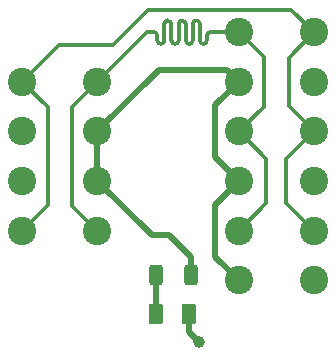
<source format=gtl>
G04 #@! TF.GenerationSoftware,KiCad,Pcbnew,7.0.8*
G04 #@! TF.CreationDate,2023-12-02T16:30:47-07:00*
G04 #@! TF.ProjectId,cansplitter,63616e73-706c-4697-9474-65722e6b6963,rev?*
G04 #@! TF.SameCoordinates,Original*
G04 #@! TF.FileFunction,Copper,L1,Top*
G04 #@! TF.FilePolarity,Positive*
%FSLAX46Y46*%
G04 Gerber Fmt 4.6, Leading zero omitted, Abs format (unit mm)*
G04 Created by KiCad (PCBNEW 7.0.8) date 2023-12-02 16:30:47*
%MOMM*%
%LPD*%
G01*
G04 APERTURE LIST*
G04 Aperture macros list*
%AMRoundRect*
0 Rectangle with rounded corners*
0 $1 Rounding radius*
0 $2 $3 $4 $5 $6 $7 $8 $9 X,Y pos of 4 corners*
0 Add a 4 corners polygon primitive as box body*
4,1,4,$2,$3,$4,$5,$6,$7,$8,$9,$2,$3,0*
0 Add four circle primitives for the rounded corners*
1,1,$1+$1,$2,$3*
1,1,$1+$1,$4,$5*
1,1,$1+$1,$6,$7*
1,1,$1+$1,$8,$9*
0 Add four rect primitives between the rounded corners*
20,1,$1+$1,$2,$3,$4,$5,0*
20,1,$1+$1,$4,$5,$6,$7,0*
20,1,$1+$1,$6,$7,$8,$9,0*
20,1,$1+$1,$8,$9,$2,$3,0*%
G04 Aperture macros list end*
G04 #@! TA.AperFunction,SMDPad,CuDef*
%ADD10RoundRect,0.250000X0.375000X0.625000X-0.375000X0.625000X-0.375000X-0.625000X0.375000X-0.625000X0*%
G04 #@! TD*
G04 #@! TA.AperFunction,SMDPad,CuDef*
%ADD11RoundRect,0.250000X0.312500X0.625000X-0.312500X0.625000X-0.312500X-0.625000X0.312500X-0.625000X0*%
G04 #@! TD*
G04 #@! TA.AperFunction,ComponentPad*
%ADD12C,2.400000*%
G04 #@! TD*
G04 #@! TA.AperFunction,ViaPad*
%ADD13C,1.000000*%
G04 #@! TD*
G04 #@! TA.AperFunction,Conductor*
%ADD14C,0.500000*%
G04 #@! TD*
G04 #@! TA.AperFunction,Conductor*
%ADD15C,0.300000*%
G04 #@! TD*
G04 APERTURE END LIST*
D10*
X149800000Y-93400000D03*
X147000000Y-93400000D03*
D11*
X149902500Y-90060000D03*
X146977500Y-90060000D03*
D12*
X142000000Y-86300000D03*
X142000000Y-82100000D03*
X142000000Y-77900000D03*
X142000000Y-73700000D03*
X135650000Y-73700000D03*
X135650000Y-77900000D03*
X135650000Y-82100000D03*
X135650000Y-86300000D03*
X154000000Y-69500000D03*
X154000000Y-73700000D03*
X154000000Y-77900000D03*
X154000000Y-82100000D03*
X154000000Y-86300000D03*
X154000000Y-90500000D03*
X160350000Y-90500000D03*
X160350000Y-86300000D03*
X160350000Y-82100000D03*
X160350000Y-77900000D03*
X160350000Y-73700000D03*
X160350000Y-69500000D03*
D13*
X150600000Y-95700000D03*
D14*
X149800000Y-94900000D02*
X150600000Y-95700000D01*
X149800000Y-93400000D02*
X149800000Y-94900000D01*
X146977500Y-93377500D02*
X147000000Y-93400000D01*
X146977500Y-90060000D02*
X146977500Y-93377500D01*
X142000000Y-77000000D02*
X142000000Y-77900000D01*
X147200000Y-72700000D02*
X153000000Y-72700000D01*
X154000000Y-73700000D02*
X152000000Y-75700000D01*
X142000000Y-77900000D02*
X147200000Y-72700000D01*
X142000000Y-82100000D02*
X142000000Y-77900000D01*
X148100000Y-86700000D02*
X149902500Y-88502500D01*
X152000000Y-75700000D02*
X152000000Y-80100000D01*
X152000000Y-80100000D02*
X154000000Y-82100000D01*
X149902500Y-88502500D02*
X149902500Y-90060000D01*
X152000000Y-88500000D02*
X152000000Y-84100000D01*
X154000000Y-90500000D02*
X152000000Y-88500000D01*
X142000000Y-82100000D02*
X146600000Y-86700000D01*
X146600000Y-86700000D02*
X148100000Y-86700000D01*
X152000000Y-84100000D02*
X154000000Y-82100000D01*
X153000000Y-72700000D02*
X154000000Y-73700000D01*
D15*
X139900000Y-84200000D02*
X142000000Y-86300000D01*
X148290000Y-69500000D02*
X148290000Y-70200000D01*
X147090000Y-69800000D02*
X147090000Y-70200000D01*
X156100000Y-75800000D02*
X154000000Y-77900000D01*
X148290000Y-68800000D02*
X148290000Y-69500000D01*
X150690000Y-69500000D02*
X150690000Y-70200000D01*
X149490000Y-68800000D02*
X149490000Y-69500000D01*
X149490000Y-69500000D02*
X149490000Y-70200000D01*
X156100000Y-71600000D02*
X156100000Y-75800000D01*
X147690000Y-69800000D02*
X147690000Y-68800000D01*
X156300000Y-84000000D02*
X154000000Y-86300000D01*
X147690000Y-70200000D02*
X147690000Y-69800000D01*
X148890000Y-69500000D02*
X148890000Y-68800000D01*
X148890000Y-70200000D02*
X148890000Y-69500000D01*
X156300000Y-80200000D02*
X156300000Y-84000000D01*
X151290000Y-70200000D02*
X151290000Y-69800000D01*
X150690000Y-68800000D02*
X150690000Y-69500000D01*
X139900000Y-75800000D02*
X139900000Y-84200000D01*
X151590000Y-69500000D02*
X152044046Y-69500000D01*
X146200000Y-69500000D02*
X146790000Y-69500000D01*
X142000000Y-73700000D02*
X139900000Y-75800000D01*
X142000000Y-73700000D02*
X146200000Y-69500000D01*
X150090000Y-70200000D02*
X150090000Y-69500000D01*
X152044046Y-69500000D02*
X154000000Y-69500000D01*
X154000000Y-69500000D02*
X156100000Y-71600000D01*
X150090000Y-69500000D02*
X150090000Y-68800000D01*
X154000000Y-77900000D02*
X156300000Y-80200000D01*
X150990000Y-70500000D02*
G75*
G03*
X151290000Y-70200000I0J300000D01*
G01*
X149490000Y-70200000D02*
G75*
G03*
X149790000Y-70500000I300000J0D01*
G01*
X150690000Y-68800000D02*
G75*
G03*
X150390000Y-68500000I-300000J0D01*
G01*
X147990000Y-68500000D02*
G75*
G03*
X147690000Y-68800000I0J-300000D01*
G01*
X147390000Y-70500000D02*
G75*
G03*
X147690000Y-70200000I0J300000D01*
G01*
X147090000Y-69800000D02*
G75*
G03*
X146790000Y-69500000I-300000J0D01*
G01*
X147090000Y-70200000D02*
G75*
G03*
X147390000Y-70500000I300000J0D01*
G01*
X149790000Y-70500000D02*
G75*
G03*
X150090000Y-70200000I0J300000D01*
G01*
X149490000Y-68800000D02*
G75*
G03*
X149190000Y-68500000I-300000J0D01*
G01*
X150390000Y-68500000D02*
G75*
G03*
X150090000Y-68800000I0J-300000D01*
G01*
X150690000Y-70200000D02*
G75*
G03*
X150990000Y-70500000I300000J0D01*
G01*
X148290000Y-70200000D02*
G75*
G03*
X148590000Y-70500000I300000J0D01*
G01*
X148290000Y-68800000D02*
G75*
G03*
X147990000Y-68500000I-300000J0D01*
G01*
X151590000Y-69500000D02*
G75*
G03*
X151290000Y-69800000I0J-300000D01*
G01*
X149190000Y-68500000D02*
G75*
G03*
X148890000Y-68800000I0J-300000D01*
G01*
X148590000Y-70500000D02*
G75*
G03*
X148890000Y-70200000I0J300000D01*
G01*
X158200000Y-75750000D02*
X158200000Y-71650000D01*
X160350000Y-69500000D02*
X158450000Y-67600000D01*
X135650000Y-86300000D02*
X137800000Y-84150000D01*
X158450000Y-67600000D02*
X146300000Y-67600000D01*
X146300000Y-67600000D02*
X143300000Y-70600000D01*
X158000000Y-80250000D02*
X160350000Y-77900000D01*
X158200000Y-71650000D02*
X160350000Y-69500000D01*
X137800000Y-75850000D02*
X135650000Y-73700000D01*
X160350000Y-86300000D02*
X158000000Y-83950000D01*
X137800000Y-84150000D02*
X137800000Y-75850000D01*
X158000000Y-83950000D02*
X158000000Y-80250000D01*
X138750000Y-70600000D02*
X135650000Y-73700000D01*
X160350000Y-77900000D02*
X158200000Y-75750000D01*
X143300000Y-70600000D02*
X138750000Y-70600000D01*
M02*

</source>
